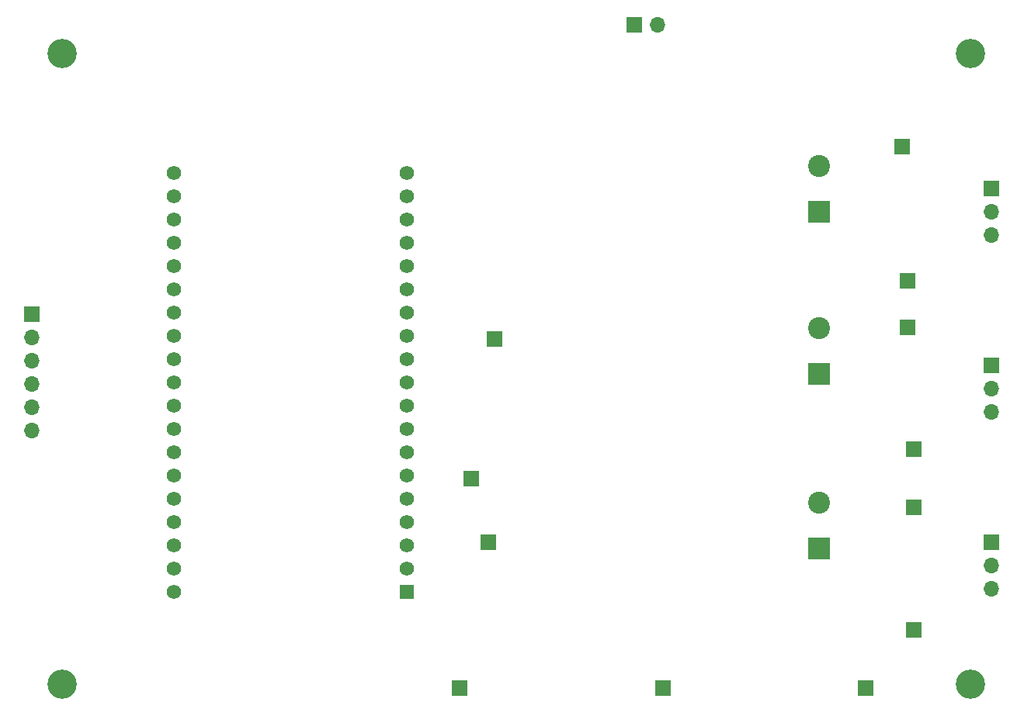
<source format=gbr>
%TF.GenerationSoftware,KiCad,Pcbnew,5.1.10-88a1d61d58~88~ubuntu20.04.1*%
%TF.CreationDate,2021-06-19T14:45:42+02:00*%
%TF.ProjectId,WindowControl,57696e64-6f77-4436-9f6e-74726f6c2e6b,rev?*%
%TF.SameCoordinates,Original*%
%TF.FileFunction,Soldermask,Bot*%
%TF.FilePolarity,Negative*%
%FSLAX46Y46*%
G04 Gerber Fmt 4.6, Leading zero omitted, Abs format (unit mm)*
G04 Created by KiCad (PCBNEW 5.1.10-88a1d61d58~88~ubuntu20.04.1) date 2021-06-19 14:45:42*
%MOMM*%
%LPD*%
G01*
G04 APERTURE LIST*
%ADD10R,1.700000X1.700000*%
%ADD11O,1.700000X1.700000*%
%ADD12R,1.560000X1.560000*%
%ADD13C,1.560000*%
%ADD14R,2.400000X2.400000*%
%ADD15C,2.400000*%
%ADD16C,3.200000*%
G04 APERTURE END LIST*
D10*
%TO.C,J1*%
X131064000Y-42672000D03*
D11*
X131064000Y-45212000D03*
X131064000Y-47752000D03*
%TD*%
%TO.C,J2*%
X131064000Y-67056000D03*
X131064000Y-64516000D03*
D10*
X131064000Y-61976000D03*
%TD*%
%TO.C,J3*%
X131064000Y-81280000D03*
D11*
X131064000Y-83820000D03*
X131064000Y-86360000D03*
%TD*%
D10*
%TO.C,J4*%
X26416000Y-56388000D03*
D11*
X26416000Y-58928000D03*
X26416000Y-61468000D03*
X26416000Y-64008000D03*
X26416000Y-66548000D03*
X26416000Y-69088000D03*
%TD*%
D10*
%TO.C,A1*%
X76835000Y-59055000D03*
%TD*%
%TO.C,PWM1*%
X121920000Y-52705000D03*
%TD*%
%TO.C,GND*%
X73056750Y-97155000D03*
%TD*%
%TO.C,A2*%
X74295000Y-74295000D03*
%TD*%
%TO.C,PWM2*%
X122555000Y-71120000D03*
%TD*%
%TO.C,GND*%
X95202375Y-97155000D03*
%TD*%
%TO.C,A3*%
X76200000Y-81280000D03*
%TD*%
%TO.C,PWM3*%
X122555000Y-90805000D03*
%TD*%
%TO.C,GND*%
X117348000Y-97155000D03*
%TD*%
D12*
%TO.C,U4*%
X67310000Y-86689000D03*
D13*
X67310000Y-84149000D03*
X67310000Y-40969000D03*
X67310000Y-81609000D03*
X67310000Y-79069000D03*
X67310000Y-76529000D03*
X67310000Y-73989000D03*
X67310000Y-71449000D03*
X67310000Y-68909000D03*
X67310000Y-66369000D03*
X67310000Y-63829000D03*
X67310000Y-61289000D03*
X67310000Y-58749000D03*
X67310000Y-56209000D03*
X67310000Y-53669000D03*
X67310000Y-51129000D03*
X67310000Y-48589000D03*
X67310000Y-46049000D03*
X67310000Y-43509000D03*
X41910000Y-86689000D03*
X41910000Y-84149000D03*
X41910000Y-81609000D03*
X41910000Y-79069000D03*
X41910000Y-76529000D03*
X41910000Y-73989000D03*
X41910000Y-71449000D03*
X41910000Y-68909000D03*
X41910000Y-66369000D03*
X41910000Y-63829000D03*
X41910000Y-61289000D03*
X41910000Y-58749000D03*
X41910000Y-56209000D03*
X41910000Y-53669000D03*
X41910000Y-51129000D03*
X41910000Y-48589000D03*
X41910000Y-46049000D03*
X41910000Y-43509000D03*
X41910000Y-40969000D03*
%TD*%
D14*
%TO.C,C7*%
X112268000Y-45212000D03*
D15*
X112268000Y-40212000D03*
%TD*%
%TO.C,C8*%
X112268000Y-57865000D03*
D14*
X112268000Y-62865000D03*
%TD*%
%TO.C,C9*%
X112268000Y-81915000D03*
D15*
X112268000Y-76915000D03*
%TD*%
D10*
%TO.C,J5*%
X92075000Y-24765000D03*
D11*
X94615000Y-24765000D03*
%TD*%
D10*
%TO.C,M2_VCC*%
X121920000Y-57785000D03*
%TD*%
%TO.C,M3_VCC*%
X122555000Y-77470000D03*
%TD*%
%TO.C,M1_VCC*%
X121285000Y-38100000D03*
%TD*%
D16*
%TO.C,H1*%
X29718000Y-27940000D03*
%TD*%
%TO.C,H2*%
X128778000Y-96774000D03*
%TD*%
%TO.C,H3*%
X128778000Y-27940000D03*
%TD*%
%TO.C,H4*%
X29718000Y-96774000D03*
%TD*%
M02*

</source>
